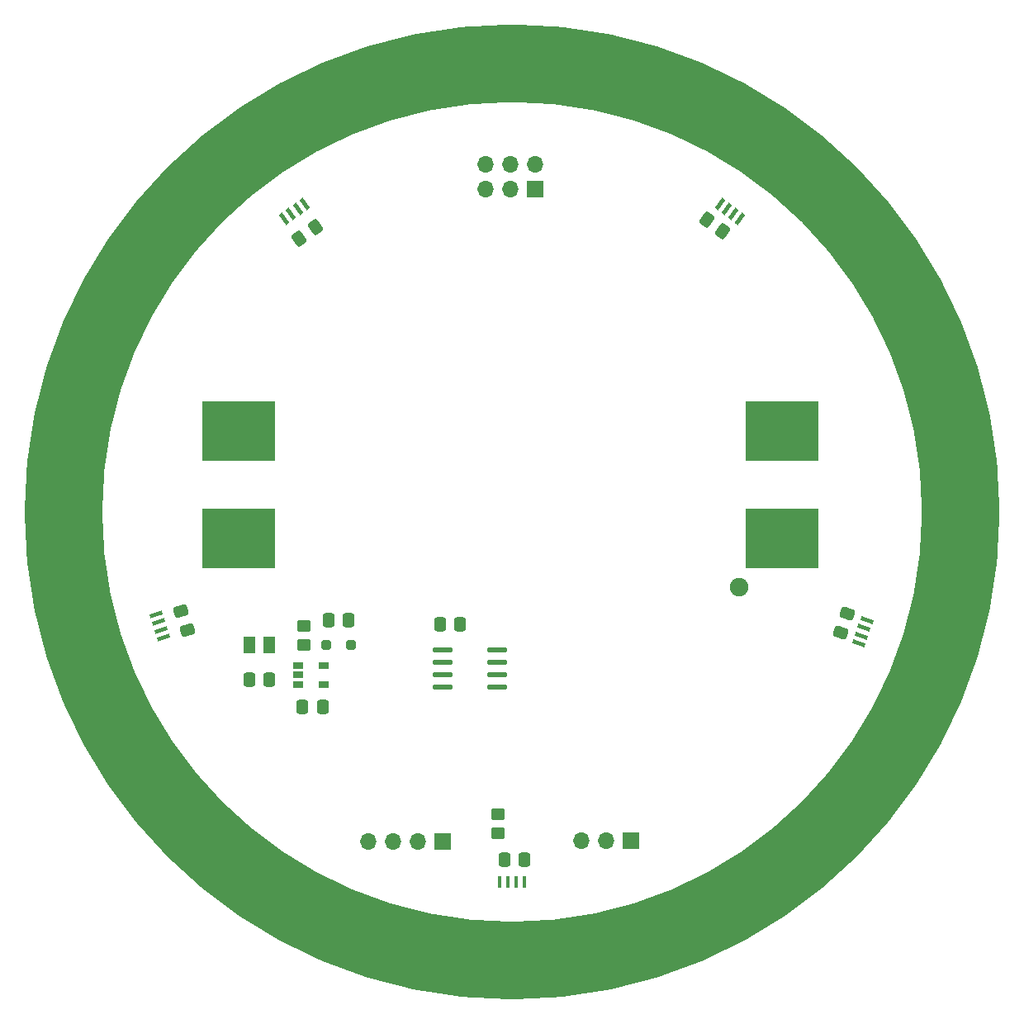
<source format=gbr>
%TF.GenerationSoftware,KiCad,Pcbnew,8.0.4*%
%TF.CreationDate,2024-08-27T18:10:03+01:00*%
%TF.ProjectId,PLAN Badge v4,504c414e-2042-4616-9467-652076342e6b,rev?*%
%TF.SameCoordinates,Original*%
%TF.FileFunction,Soldermask,Top*%
%TF.FilePolarity,Negative*%
%FSLAX46Y46*%
G04 Gerber Fmt 4.6, Leading zero omitted, Abs format (unit mm)*
G04 Created by KiCad (PCBNEW 8.0.4) date 2024-08-27 18:10:03*
%MOMM*%
%LPD*%
G01*
G04 APERTURE LIST*
G04 Aperture macros list*
%AMRoundRect*
0 Rectangle with rounded corners*
0 $1 Rounding radius*
0 $2 $3 $4 $5 $6 $7 $8 $9 X,Y pos of 4 corners*
0 Add a 4 corners polygon primitive as box body*
4,1,4,$2,$3,$4,$5,$6,$7,$8,$9,$2,$3,0*
0 Add four circle primitives for the rounded corners*
1,1,$1+$1,$2,$3*
1,1,$1+$1,$4,$5*
1,1,$1+$1,$6,$7*
1,1,$1+$1,$8,$9*
0 Add four rect primitives between the rounded corners*
20,1,$1+$1,$2,$3,$4,$5,0*
20,1,$1+$1,$4,$5,$6,$7,0*
20,1,$1+$1,$6,$7,$8,$9,0*
20,1,$1+$1,$8,$9,$2,$3,0*%
%AMRotRect*
0 Rectangle, with rotation*
0 The origin of the aperture is its center*
0 $1 length*
0 $2 width*
0 $3 Rotation angle, in degrees counterclockwise*
0 Add horizontal line*
21,1,$1,$2,0,0,$3*%
G04 Aperture macros list end*
%ADD10C,8.000000*%
%ADD11RoundRect,0.250000X0.250000X0.250000X-0.250000X0.250000X-0.250000X-0.250000X0.250000X-0.250000X0*%
%ADD12RotRect,0.420000X1.300000X108.000000*%
%ADD13RotRect,0.420000X1.300000X288.000000*%
%ADD14R,1.200000X1.800000*%
%ADD15RoundRect,0.250000X-0.337500X-0.475000X0.337500X-0.475000X0.337500X0.475000X-0.337500X0.475000X0*%
%ADD16R,0.420000X1.300000*%
%ADD17RoundRect,0.250000X0.337500X0.475000X-0.337500X0.475000X-0.337500X-0.475000X0.337500X-0.475000X0*%
%ADD18RoundRect,0.250000X-0.339242X0.473757X-0.559001X-0.164468X0.339242X-0.473757X0.559001X0.164468X0*%
%ADD19C,1.900000*%
%ADD20R,7.450000X6.100000*%
%ADD21RoundRect,0.250000X0.006155X-0.582661X0.552241X-0.185906X-0.006155X0.582661X-0.552241X0.185906X0*%
%ADD22RoundRect,0.250000X0.450000X-0.350000X0.450000X0.350000X-0.450000X0.350000X-0.450000X-0.350000X0*%
%ADD23O,2.050000X0.590000*%
%ADD24RotRect,0.420000X1.300000X324.000000*%
%ADD25RotRect,0.420000X1.300000X144.000000*%
%ADD26R,1.100000X0.700000*%
%ADD27R,1.700000X1.700000*%
%ADD28O,1.700000X1.700000*%
%ADD29RotRect,0.420000X1.300000X36.000000*%
%ADD30RotRect,0.420000X1.300000X216.000000*%
%ADD31RotRect,0.420000X1.300000X251.000000*%
%ADD32RotRect,0.420000X1.300000X71.000000*%
%ADD33RoundRect,0.250000X-0.450000X0.350000X-0.450000X-0.350000X0.450000X-0.350000X0.450000X0.350000X0*%
%ADD34RoundRect,0.250000X0.556045X-0.174199X0.347459X0.467765X-0.556045X0.174199X-0.347459X-0.467765X0*%
%ADD35RoundRect,0.250000X-0.552241X-0.185906X-0.006155X-0.582661X0.552241X0.185906X0.006155X0.582661X0*%
G04 APERTURE END LIST*
D10*
X186000003Y-100000000D02*
G75*
G02*
X93999997Y-100000000I-46000003J0D01*
G01*
X93999997Y-100000000D02*
G75*
G02*
X186000003Y-100000000I46000003J0D01*
G01*
D11*
%TO.C,D1*%
X123444701Y-113667800D03*
X120944701Y-113667800D03*
%TD*%
D12*
%TO.C,LED3*%
X103484105Y-110468683D03*
D13*
X103743680Y-111267571D03*
X104009434Y-112085479D03*
X104269009Y-112884367D03*
%TD*%
D14*
%TO.C,L1*%
X113066706Y-113667810D03*
X115066706Y-113667810D03*
%TD*%
D15*
%TO.C,C3*%
X121157202Y-111127794D03*
X123232202Y-111127794D03*
%TD*%
D16*
%TO.C,LED5*%
X138746837Y-137933955D03*
X139586837Y-137933955D03*
X140446837Y-137933955D03*
X141286837Y-137933955D03*
%TD*%
D17*
%TO.C,C6*%
X134662197Y-111508804D03*
X132587197Y-111508804D03*
%TD*%
D18*
%TO.C,C5*%
X174371122Y-110411025D03*
X173695568Y-112372977D03*
%TD*%
D19*
%TO.C,BT1*%
X163266843Y-107683826D03*
D20*
X111946843Y-102733826D03*
X167686843Y-102733826D03*
X167686843Y-91733826D03*
X111946843Y-91733826D03*
%TD*%
D15*
%TO.C,C7*%
X118525002Y-120000017D03*
X120600002Y-120000017D03*
%TD*%
D21*
%TO.C,C1*%
X118128799Y-71974982D03*
X119807509Y-70755328D03*
%TD*%
D22*
%TO.C,R1*%
X118638691Y-113651814D03*
X118638691Y-111651814D03*
%TD*%
D23*
%TO.C,U1*%
X132886705Y-114170819D03*
X132886705Y-115450819D03*
X132886705Y-116710819D03*
X132886705Y-117980819D03*
X138426705Y-117980819D03*
X138426705Y-116710819D03*
X138426705Y-115450819D03*
X138426705Y-114170819D03*
%TD*%
D24*
%TO.C,LED2*%
X163380199Y-69937569D03*
D25*
X162700624Y-69443830D03*
X162004870Y-68938334D03*
X161325295Y-68444595D03*
%TD*%
D17*
%TO.C,C9*%
X141286772Y-135653352D03*
X139211772Y-135653352D03*
%TD*%
D26*
%TO.C,U2*%
X118090712Y-115765799D03*
X118090712Y-116715799D03*
X118090712Y-117665799D03*
X120670712Y-117665799D03*
X120670712Y-115765799D03*
%TD*%
D27*
%TO.C,J2*%
X132862695Y-133759197D03*
D28*
X130322695Y-133759197D03*
X127782695Y-133759197D03*
X125242695Y-133759197D03*
%TD*%
D29*
%TO.C,LED1*%
X118708359Y-68444595D03*
D30*
X118028784Y-68938334D03*
X117333030Y-69443830D03*
X116653455Y-69937569D03*
%TD*%
D15*
%TO.C,C8*%
X113029203Y-117223794D03*
X115104203Y-117223794D03*
%TD*%
D31*
%TO.C,LED4*%
X175533207Y-113506265D03*
D32*
X175806685Y-112712028D03*
X176086673Y-111898882D03*
X176360151Y-111104645D03*
%TD*%
D33*
%TO.C,R2*%
X138577705Y-130955803D03*
X138577705Y-132955803D03*
%TD*%
D34*
%TO.C,C4*%
X106691357Y-112119910D03*
X106050147Y-110146468D03*
%TD*%
D35*
%TO.C,C2*%
X159940059Y-70014561D03*
X161618769Y-71234215D03*
%TD*%
D27*
%TO.C,J1*%
X152166695Y-133733812D03*
D28*
X149626695Y-133733812D03*
X147086695Y-133733812D03*
%TD*%
D27*
%TO.C,J3*%
X142387707Y-66931817D03*
D28*
X142387707Y-64391817D03*
X139847707Y-66931817D03*
X139847707Y-64391817D03*
X137307707Y-66931817D03*
X137307707Y-64391817D03*
%TD*%
M02*

</source>
